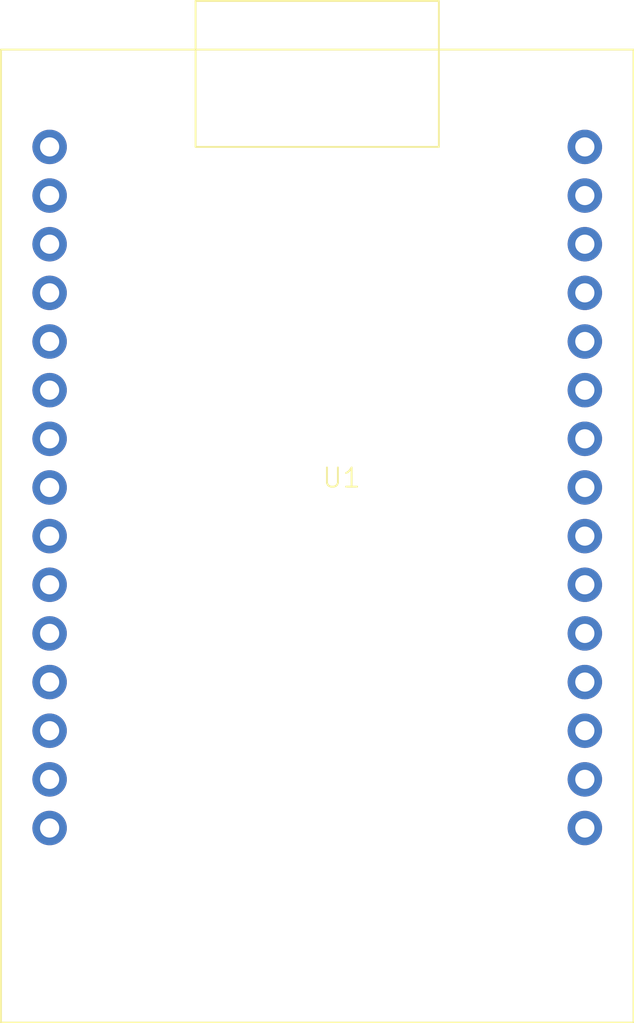
<source format=kicad_pcb>
(kicad_pcb (version 20241229) (generator "pcbnew") (generator_version "9.0")
  (layers (0 "F.Cu" signal) (2 "B.Cu" signal) (13 "F.Paste" user) (15 "B.Paste" user) (5 "F.SilkS" user "F.Silkscreen") (7 "B.SilkS" user "B.Silkscreen") (1 "F.Mask" user) (3 "B.Mask" user) (25 "Edge.Cuts" user))
  (net 0 "")
  (footprint "esp32_footprint:Untitled" (layer "F.Cu") (at 100.1 52.02)
    (property "Reference" "U1" (at 0 -0.5 0) (layer "F.SilkS") (effects (font (thickness 0.1))))
    (property "Value" "~")
    (fp_rect (start -17.78 -22.86) (end 15.24 27.94) (stroke (width 0.1)) (fill no) (layer "F.SilkS"))
    (fp_rect (start -7.62 -25.4) (end 5.08 -17.78) (stroke (width 0.1)) (fill no) (layer "F.SilkS"))
    (pad "1" thru_hole circle (at -15.24 -17.78) (size 1.8 1.8) (drill 1) (layers "*.Cu" "*.Mask"))
    (pad "2" thru_hole circle (at -15.24 -15.24) (size 1.8 1.8) (drill 1) (layers "*.Cu" "*.Mask"))
    (pad "3" thru_hole circle (at -15.24 -12.7) (size 1.8 1.8) (drill 1) (layers "*.Cu" "*.Mask"))
    (pad "4" thru_hole circle (at -15.24 -10.16) (size 1.8 1.8) (drill 1) (layers "*.Cu" "*.Mask"))
    (pad "5" thru_hole circle (at -15.24 -7.62) (size 1.8 1.8) (drill 1) (layers "*.Cu" "*.Mask"))
    (pad "6" thru_hole circle (at -15.24 -5.08) (size 1.8 1.8) (drill 1) (layers "*.Cu" "*.Mask"))
    (pad "7" thru_hole circle (at -15.24 -2.54) (size 1.8 1.8) (drill 1) (layers "*.Cu" "*.Mask"))
    (pad "8" thru_hole circle (at -15.24 0) (size 1.8 1.8) (drill 1) (layers "*.Cu" "*.Mask"))
    (pad "9" thru_hole circle (at -15.24 2.54) (size 1.8 1.8) (drill 1) (layers "*.Cu" "*.Mask"))
    (pad "10" thru_hole circle (at -15.24 5.08) (size 1.8 1.8) (drill 1) (layers "*.Cu" "*.Mask"))
    (pad "11" thru_hole circle (at -15.24 7.62) (size 1.8 1.8) (drill 1) (layers "*.Cu" "*.Mask"))
    (pad "12" thru_hole circle (at -15.24 10.16) (size 1.8 1.8) (drill 1) (layers "*.Cu" "*.Mask"))
    (pad "13" thru_hole circle (at -15.24 12.7) (size 1.8 1.8) (drill 1) (layers "*.Cu" "*.Mask"))
    (pad "14" thru_hole circle (at -15.24 15.24) (size 1.8 1.8) (drill 1) (layers "*.Cu" "*.Mask"))
    (pad "15" thru_hole circle (at -15.24 17.78) (size 1.8 1.8) (drill 1) (layers "*.Cu" "*.Mask"))
    (pad "16" thru_hole circle (at 12.7 -17.78) (size 1.8 1.8) (drill 1) (layers "*.Cu" "*.Mask"))
    (pad "17" thru_hole circle (at 12.7 -15.24) (size 1.8 1.8) (drill 1) (layers "*.Cu" "*.Mask"))
    (pad "18" thru_hole circle (at 12.7 -12.7) (size 1.8 1.8) (drill 1) (layers "*.Cu" "*.Mask"))
    (pad "19" thru_hole circle (at 12.7 -10.16) (size 1.8 1.8) (drill 1) (layers "*.Cu" "*.Mask"))
    (pad "20" thru_hole circle (at 12.7 -7.62) (size 1.8 1.8) (drill 1) (layers "*.Cu" "*.Mask"))
    (pad "21" thru_hole circle (at 12.7 -5.08) (size 1.8 1.8) (drill 1) (layers "*.Cu" "*.Mask"))
    (pad "22" thru_hole circle (at 12.7 -2.54) (size 1.8 1.8) (drill 1) (layers "*.Cu" "*.Mask"))
    (pad "23" thru_hole circle (at 12.7 0) (size 1.8 1.8) (drill 1) (layers "*.Cu" "*.Mask"))
    (pad "24" thru_hole circle (at 12.7 2.54) (size 1.8 1.8) (drill 1) (layers "*.Cu" "*.Mask"))
    (pad "25" thru_hole circle (at 12.7 5.08) (size 1.8 1.8) (drill 1) (layers "*.Cu" "*.Mask"))
    (pad "26" thru_hole circle (at 12.7 7.62) (size 1.8 1.8) (drill 1) (layers "*.Cu" "*.Mask"))
    (pad "27" thru_hole circle (at 12.7 10.16) (size 1.8 1.8) (drill 1) (layers "*.Cu" "*.Mask"))
    (pad "28" thru_hole circle (at 12.7 12.7) (size 1.8 1.8) (drill 1) (layers "*.Cu" "*.Mask"))
    (pad "29" thru_hole circle (at 12.7 15.24) (size 1.8 1.8) (drill 1) (layers "*.Cu" "*.Mask"))
    (pad "30" thru_hole circle (at 12.7 17.78) (size 1.8 1.8) (drill 1) (layers "*.Cu" "*.Mask"))
  )
)
</source>
